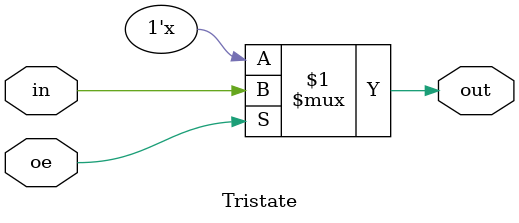
<source format=v>
module Tristate (out, in, oe);

    input   in, oe;
    output  out;
    tri     out;

    bufif1  b1(out, in, oe);

endmodule
</source>
